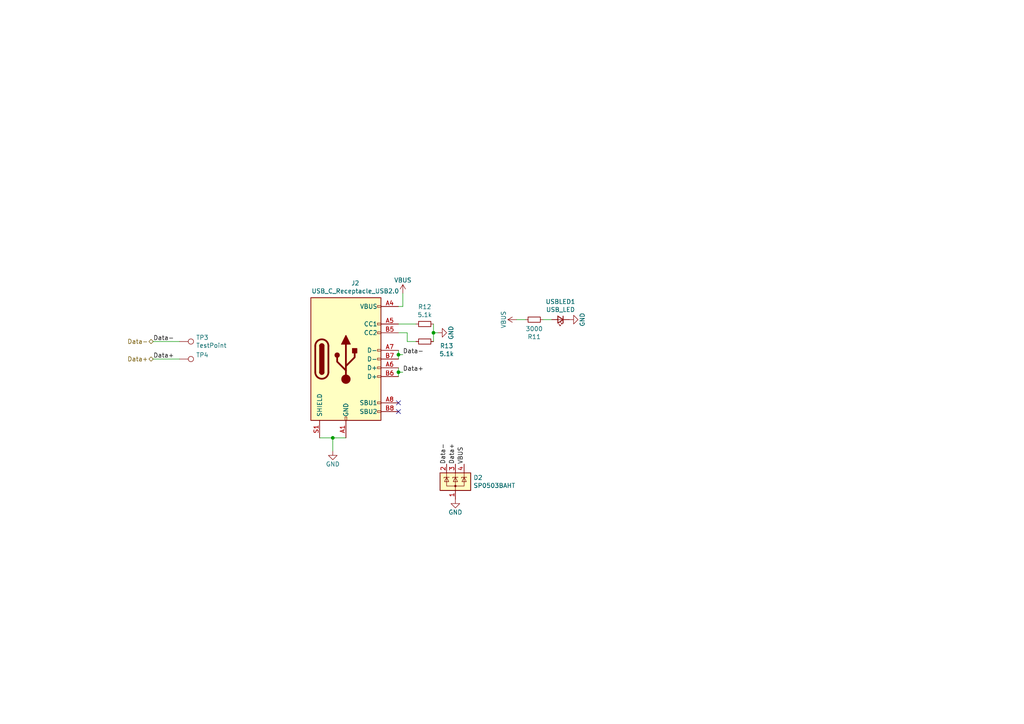
<source format=kicad_sch>
(kicad_sch (version 20230121) (generator eeschema)
  (paper "A4")
  (lib_symbols
    (symbol "Connector:TestPoint" (pin_numbers hide) (pin_names (offset 0.762) hide)
      (property "Reference" "TP" (at 0 6.858 0))
      (property "Value" "TestPoint" (at 0 5.08 0))
      (symbol "TestPoint_0_1"
        (circle (center 0 3.302) (radius 0.762))
      )
      (symbol "TestPoint_1_1"
        (pin passive line (at 0 0 90) (length 2.54) (name "1") (number "1"))
      )
    )
    (symbol "Connector:USB_C_Receptacle_USB2.0" (pin_names (offset 1.016))
      (property "Reference" "J" (at -10.16 19.05 0))
      (property "Value" "USB_C_Receptacle_USB2.0" (at 19.05 19.05 0))
      (symbol "USB_C_Receptacle_USB2.0_0_0"
        (rectangle (start -0.254 -17.78) (end 0.254 -16.764))
        (rectangle (start 10.16 -14.986) (end 9.144 -15.494))
        (rectangle (start 10.16 -12.446) (end 9.144 -12.954))
        (rectangle (start 10.16 -4.826) (end 9.144 -5.334))
        (rectangle (start 10.16 -2.286) (end 9.144 -2.794))
        (rectangle (start 10.16 0.254) (end 9.144 -0.254))
        (rectangle (start 10.16 2.794) (end 9.144 2.286))
        (rectangle (start 10.16 7.874) (end 9.144 7.366))
        (rectangle (start 10.16 10.414) (end 9.144 9.906))
        (rectangle (start 10.16 15.494) (end 9.144 14.986))
      )
      (symbol "USB_C_Receptacle_USB2.0_0_1"
        (rectangle (start -10.16 17.78) (end 10.16 -17.78) (stroke (width 0.254)) (fill (type background)))
        (arc (start -8.89 -3.81) (mid -6.985 -5.7067) (end -5.08 -3.81) (stroke (width 0.508)))
        (arc (start -7.62 -3.81) (mid -6.985 -4.4423) (end -6.35 -3.81) (stroke (width 0.254)))
        (arc (start -7.62 -3.81) (mid -6.985 -4.4423) (end -6.35 -3.81) (stroke (width 0.254)) (fill (type outline)))
        (rectangle (start -7.62 -3.81) (end -6.35 3.81) (stroke (width 0.254)) (fill (type outline)))
        (arc (start -6.35 3.81) (mid -6.985 4.4423) (end -7.62 3.81) (stroke (width 0.254)))
        (arc (start -6.35 3.81) (mid -6.985 4.4423) (end -7.62 3.81) (stroke (width 0.254)) (fill (type outline)))
        (arc (start -5.08 3.81) (mid -6.985 5.7067) (end -8.89 3.81) (stroke (width 0.508)))
        (circle (center -2.54 1.143) (radius 0.635) (stroke (width 0.254)) (fill (type outline)))
        (circle (center 0 -5.842) (radius 1.27) (fill (type outline)))
        (polyline (pts (xy -8.89 -3.81) (xy -8.89 3.81)) (stroke (width 0.508)))
        (polyline (pts (xy -5.08 3.81) (xy -5.08 -3.81)) (stroke (width 0.508)))
        (polyline (pts (xy 0 -5.842) (xy 0 4.318)) (stroke (width 0.508)))
        (polyline (pts (xy 0 -3.302) (xy -2.54 -0.762) (xy -2.54 0.508)) (stroke (width 0.508)))
        (polyline (pts (xy 0 -2.032) (xy 2.54 0.508) (xy 2.54 1.778)) (stroke (width 0.508)))
        (polyline (pts (xy -1.27 4.318) (xy 0 6.858) (xy 1.27 4.318) (xy -1.27 4.318)) (stroke (width 0.254)) (fill (type outline)))
        (rectangle (start 1.905 1.778) (end 3.175 3.048) (stroke (width 0.254)) (fill (type outline)))
      )
      (symbol "USB_C_Receptacle_USB2.0_1_1"
        (pin passive line (at 0 -22.86 90) (length 5.08) (name "GND") (number "A1"))
        (pin passive line (at 0 -22.86 90) (length 5.08) hide (name "GND") (number "A12"))
        (pin passive line (at 15.24 15.24 180) (length 5.08) (name "VBUS") (number "A4"))
        (pin bidirectional line (at 15.24 10.16 180) (length 5.08) (name "CC1") (number "A5"))
        (pin bidirectional line (at 15.24 -2.54 180) (length 5.08) (name "D+") (number "A6"))
        (pin bidirectional line (at 15.24 2.54 180) (length 5.08) (name "D-") (number "A7"))
        (pin bidirectional line (at 15.24 -12.7 180) (length 5.08) (name "SBU1") (number "A8"))
        (pin passive line (at 15.24 15.24 180) (length 5.08) hide (name "VBUS") (number "A9"))
        (pin passive line (at 0 -22.86 90) (length 5.08) hide (name "GND") (number "B1"))
        (pin passive line (at 0 -22.86 90) (length 5.08) hide (name "GND") (number "B12"))
        (pin passive line (at 15.24 15.24 180) (length 5.08) hide (name "VBUS") (number "B4"))
        (pin bidirectional line (at 15.24 7.62 180) (length 5.08) (name "CC2") (number "B5"))
        (pin bidirectional line (at 15.24 -5.08 180) (length 5.08) (name "D+") (number "B6"))
        (pin bidirectional line (at 15.24 0 180) (length 5.08) (name "D-") (number "B7"))
        (pin bidirectional line (at 15.24 -15.24 180) (length 5.08) (name "SBU2") (number "B8"))
        (pin passive line (at 15.24 15.24 180) (length 5.08) hide (name "VBUS") (number "B9"))
        (pin passive line (at -7.62 -22.86 90) (length 5.08) (name "SHIELD") (number "S1"))
      )
    )
    (symbol "Device:LED_Small" (pin_numbers hide) (pin_names (offset 0.254) hide)
      (property "Reference" "D" (at -1.27 3.175 0))
      (property "Value" "LED_Small" (at -4.445 -2.54 0))
      (symbol "LED_Small_0_1"
        (polyline (pts (xy -0.762 -1.016) (xy -0.762 1.016)) (stroke (width 0.254)))
        (polyline (pts (xy 1.016 0) (xy -0.762 0)))
        (polyline (pts (xy 0.762 -1.016) (xy -0.762 0) (xy 0.762 1.016) (xy 0.762 -1.016)) (stroke (width 0.254)))
        (polyline (pts (xy 0 0.762) (xy -0.508 1.27) (xy -0.254 1.27) (xy -0.508 1.27) (xy -0.508 1.016)))
        (polyline (pts (xy 0.508 1.27) (xy 0 1.778) (xy 0.254 1.778) (xy 0 1.778) (xy 0 1.524)))
      )
      (symbol "LED_Small_1_1"
        (pin passive line (at -2.54 0 0) (length 1.778) (name "K") (number "1"))
        (pin passive line (at 2.54 0 180) (length 1.778) (name "A") (number "2"))
      )
    )
    (symbol "Device:R_Small" (pin_numbers hide) (pin_names (offset 0.254) hide)
      (property "Reference" "R" (at 0.762 0.508 0))
      (property "Value" "R_Small" (at 0.762 -1.016 0))
      (symbol "R_Small_0_1"
        (rectangle (start -0.762 1.778) (end 0.762 -1.778) (stroke (width 0.2032)))
      )
      (symbol "R_Small_1_1"
        (pin passive line (at 0 2.54 270) (length 0.762) (name "~") (number "1"))
        (pin passive line (at 0 -2.54 90) (length 0.762) (name "~") (number "2"))
      )
    )
    (symbol "Power_Protection:SP0503BAHT" (pin_names hide)
      (property "Reference" "D" (at 5.715 2.54 0))
      (property "Value" "SP0503BAHT" (at 5.715 0.635 0))
      (symbol "SP0503BAHT_0_0"
        (pin passive line (at 0 -5.08 90) (length 2.54) (name "A") (number "1"))
      )
      (symbol "SP0503BAHT_0_1"
        (rectangle (start -4.445 2.54) (end 4.445 -2.54) (stroke (width 0.254)) (fill (type background)))
        (circle (center 0 -1.27) (radius 0.254) (fill (type outline)))
        (polyline (pts (xy -2.54 2.54) (xy -2.54 1.27)))
        (polyline (pts (xy 0 -1.27) (xy 0 -2.54)))
        (polyline (pts (xy 0 -1.27) (xy 0 1.27)))
        (polyline (pts (xy 0 2.54) (xy 0 1.27)))
        (polyline (pts (xy 0.635 1.27) (xy 0.762 1.27)))
        (polyline (pts (xy 2.54 2.54) (xy 2.54 1.27)))
        (polyline (pts (xy 0.635 1.27) (xy -0.762 1.27) (xy -0.762 1.016)))
        (polyline (pts (xy -3.302 1.016) (xy -3.302 1.27) (xy -1.905 1.27) (xy -1.778 1.27)))
        (polyline (pts (xy -2.54 1.27) (xy -2.54 -1.27) (xy 2.54 -1.27) (xy 2.54 1.27)))
        (polyline (pts (xy -2.54 1.27) (xy -1.905 0) (xy -3.175 0) (xy -2.54 1.27)))
        (polyline (pts (xy 0.635 0) (xy -0.635 0) (xy 0 1.27) (xy 0.635 0)))
        (polyline (pts (xy 1.778 1.016) (xy 1.778 1.27) (xy 3.175 1.27) (xy 3.302 1.27)))
        (polyline (pts (xy 2.54 1.27) (xy 1.905 0) (xy 3.175 0) (xy 2.54 1.27)))
      )
      (symbol "SP0503BAHT_1_1"
        (pin passive line (at -2.54 5.08 270) (length 2.54) (name "K") (number "2"))
        (pin passive line (at 0 5.08 270) (length 2.54) (name "K") (number "3"))
        (pin passive line (at 2.54 5.08 270) (length 2.54) (name "K") (number "4"))
      )
    )
    (symbol "power:GND" (power) (pin_names (offset 0))
      (property "Value" "GND" (at 0 -3.81 0))
      (symbol "GND_0_1"
        (polyline (pts (xy 0 0) (xy 0 -1.27) (xy 1.27 -1.27) (xy 0 -2.54) (xy -1.27 -1.27) (xy 0 -1.27)))
      )
      (symbol "GND_1_1"
        (pin power_in line (at 0 0 270) (length 0) hide (name "GND") (number "1"))
      )
    )
    (symbol "power:VBUS" (power) (pin_names (offset 0))
      (property "Value" "VBUS" (at 0 3.81 0))
      (symbol "VBUS_0_1"
        (polyline (pts (xy -0.762 1.27) (xy 0 2.54)))
        (polyline (pts (xy 0 0) (xy 0 2.54)))
        (polyline (pts (xy 0 2.54) (xy 0.762 1.27)))
      )
      (symbol "VBUS_1_1"
        (pin power_in line (at 0 0 90) (length 0) hide (name "VBUS") (number "1"))
      )
    )
  )
  (junction (at 115.57 107.95))
  (junction (at 125.73 96.52))
  (junction (at 96.52 127))
  (junction (at 115.57 102.87))
  (no_connect (at 115.57 119.38))
  (no_connect (at 115.57 116.84))
  (wire (pts (xy 115.57 96.52) (xy 118.11 96.52)))
  (wire (pts (xy 44.45 104.14) (xy 52.07 104.14)))
  (wire (pts (xy 96.52 127) (xy 96.52 130.81)))
  (wire (pts (xy 115.57 107.95) (xy 115.57 109.22)))
  (wire (pts (xy 118.11 96.52) (xy 118.11 99.06)))
  (wire (pts (xy 160.02 92.71) (xy 157.48 92.71)))
  (wire (pts (xy 149.86 92.71) (xy 152.4 92.71)))
  (wire (pts (xy 115.57 102.87) (xy 115.57 101.6)))
  (wire (pts (xy 115.57 102.87) (xy 116.84 102.87)))
  (wire (pts (xy 116.84 85.09) (xy 116.84 88.9)))
  (wire (pts (xy 125.73 93.98) (xy 125.73 96.52)))
  (wire (pts (xy 92.71 127) (xy 96.52 127)))
  (wire (pts (xy 115.57 93.98) (xy 120.65 93.98)))
  (wire (pts (xy 125.73 99.06) (xy 125.73 96.52)))
  (wire (pts (xy 96.52 127) (xy 100.33 127)))
  (wire (pts (xy 125.73 96.52) (xy 127 96.52)))
  (wire (pts (xy 115.57 106.68) (xy 115.57 107.95)))
  (wire (pts (xy 115.57 104.14) (xy 115.57 102.87)))
  (wire (pts (xy 115.57 107.95) (xy 116.84 107.95)))
  (wire (pts (xy 116.84 88.9) (xy 115.57 88.9)))
  (wire (pts (xy 118.11 99.06) (xy 120.65 99.06)))
  (wire (pts (xy 44.45 99.06) (xy 52.07 99.06)))
  (label "Data+" (at 132.08 134.62 90))
  (label "VBUS" (at 134.62 134.62 90))
  (label "Data+" (at 44.45 104.14 0))
  (label "Data-" (at 44.45 99.06 0))
  (label "Data-" (at 129.54 134.62 90))
  (label "Data-" (at 116.84 102.87 0))
  (label "Data+" (at 116.84 107.95 0))
  (hierarchical_label "Data-" (shape bidirectional) (at 44.45 99.06 180))
  (hierarchical_label "Data+" (shape bidirectional) (at 44.45 104.14 180))
  (symbol (lib_id "power:GND") (at 127 96.52 90) (unit 1)
    (property "Reference" "#PWR032" (effects hide))
    (property "Value" "GND" (at 130.81 96.52 0))
  )
  (symbol (lib_id "Device:R_Small") (at 123.19 99.06 270) (unit 1)
    (property "Reference" "R13" (at 129.54 100.33 90))
    (property "Value" "5.1k" (at 129.54 102.6414 90))
    (property "Footprint" "Resistor_SMD:R_0402_1005Metric" (effects hide))
  )
  (symbol (lib_id "Device:R_Small") (at 123.19 93.98 90) (unit 1)
    (property "Reference" "R12" (at 123.19 89.0016 90))
    (property "Value" "5.1k" (at 123.19 91.313 90))
    (property "Footprint" "Resistor_SMD:R_0402_1005Metric" (effects hide))
  )
  (symbol (lib_id "power:GND") (at 96.52 130.81 0) (unit 1)
    (property "Reference" "#PWR033" (effects hide))
    (property "Value" "GND" (at 96.52 134.62 0))
  )
  (symbol (lib_id "Connector:USB_C_Receptacle_USB2.0") (at 100.33 104.14 0) (unit 1)
    (property "Reference" "J2" (at 103.0478 82.1182 0))
    (property "Value" "USB_C_Receptacle_USB2.0" (at 103.0478 84.4296 0))
    (property "Footprint" "Connector_USB:USB_C_Receptacle_Palconn_UTC16-G" (effects hide))
    (property "Datasheet" "https://www.usb.org/sites/default/files/documents/usb_type-c.zip" (effects hide))
  )
  (symbol (lib_id "power:GND") (at 132.08 144.78 0) (unit 1)
    (property "Reference" "#PWR034" (effects hide))
    (property "Value" "GND" (at 132.08 148.59 0))
  )
  (symbol (lib_id "Power_Protection:SP0503BAHT") (at 132.08 139.7 0) (unit 1)
    (property "Reference" "D2" (at 137.287 138.5316 0) (effects (justify left)))
    (property "Value" "SP0503BAHT" (at 137.287 140.843 0) (effects (justify left)))
    (property "Footprint" "Package_TO_SOT_SMD:SOT-143" (effects hide))
    (property "Datasheet" "http://www.littelfuse.com/~/media/files/littelfuse/technical%20resources/documents/data%20sheets/sp05xxba.pdf" (effects hide))
  )
  (symbol (lib_id "power:VBUS") (at 116.84 85.09 0) (unit 1)
    (property "Reference" "#PWR029" (effects hide))
    (property "Value" "VBUS" (at 116.84 81.28 0))
  )
  (symbol (lib_id "Connector:TestPoint") (at 52.07 99.06 270) (unit 1)
    (property "Reference" "TP3" (at 56.8452 97.8916 90) (effects (justify left)))
    (property "Value" "TestPoint" (at 56.8452 100.203 90) (effects (justify left)))
    (property "Footprint" "TestPoint:TestPoint_Pad_D1.0mm" (effects hide))
  )
  (symbol (lib_id "Connector:TestPoint") (at 52.07 104.14 270) (unit 1)
    (property "Reference" "TP4" (at 56.8452 102.9716 90) (effects (justify left)))
    (property "Value" "TestPoint" (effects hide))
    (property "Footprint" "TestPoint:TestPoint_Pad_D1.0mm" (effects hide))
  )
  (symbol (lib_id "Device:LED_Small") (at 162.56 92.71 180) (unit 1)
    (property "Reference" "USBLED1" (at 162.56 87.503 0))
    (property "Value" "USB_LED" (at 162.56 89.8144 0))
    (property "Footprint" "Resistor_SMD:R_0402_1005Metric" (effects hide))
  )
  (symbol (lib_id "Device:R_Small") (at 154.94 92.71 90) (unit 1)
    (property "Reference" "R11" (at 154.94 97.6884 90))
    (property "Value" "3000" (at 154.94 95.377 90))
    (property "Footprint" "Resistor_SMD:R_0402_1005Metric" (effects hide))
  )
  (symbol (lib_id "power:GND") (at 165.1 92.71 90) (unit 1)
    (property "Reference" "#PWR031" (effects hide))
    (property "Value" "GND" (at 168.91 92.71 0))
  )
  (symbol (lib_id "power:VBUS") (at 149.86 92.71 90) (unit 1)
    (property "Reference" "#PWR030" (effects hide))
    (property "Value" "VBUS" (at 146.05 92.71 0))
  )
)
</source>
